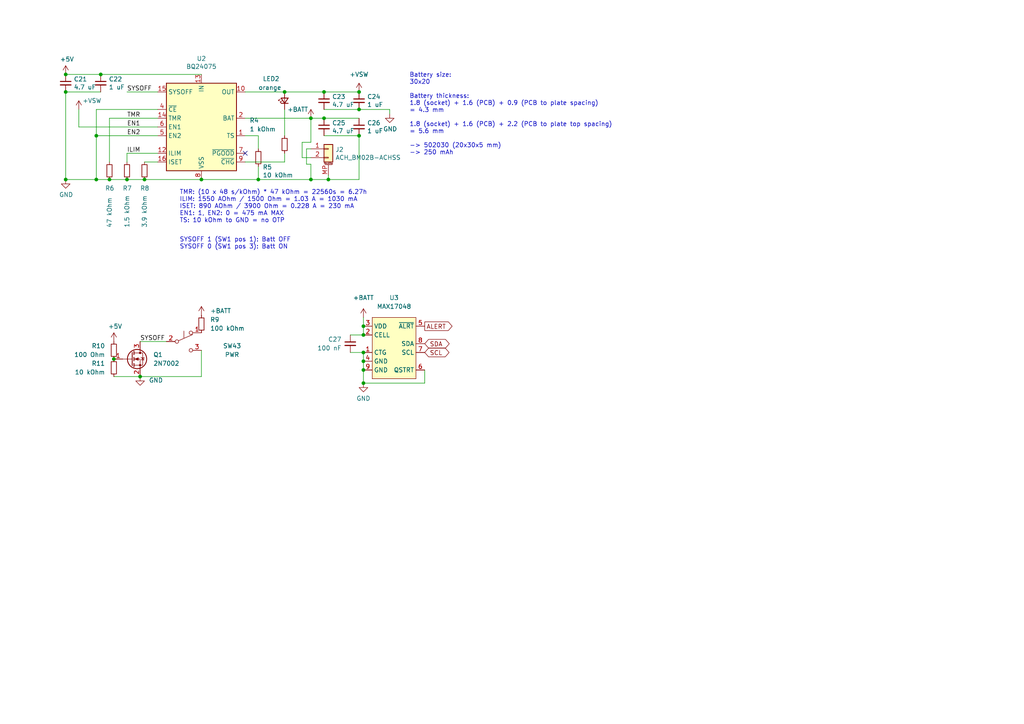
<source format=kicad_sch>
(kicad_sch (version 20211123) (generator eeschema)
  (paper "A4")
  (lib_symbols
    (symbol "Battery_Management:BQ24075RGT"
      (property "Reference" "U" (at -8.89 13.97 0))
      (property "Value" "BQ24075RGT" (at 16.51 13.97 0))
      (symbol "BQ24075RGT_0_1"
        (rectangle (start -10.16 12.7) (end 10.16 -12.7) (stroke (width 0.254)) (fill (type background)))
      )
      (symbol "BQ24075RGT_1_1"
        (pin passive line (at 12.7 -2.54 180) (length 2.54) (name "TS") (number "1"))
        (pin power_out line (at 12.7 10.16 180) (length 2.54) (name "OUT") (number "10"))
        (pin passive line (at 12.7 10.16 180) (length 2.54) hide (name "OUT") (number "11"))
        (pin passive line (at -12.7 -7.62 0) (length 2.54) (name "ILIM") (number "12"))
        (pin power_in line (at 0 15.24 270) (length 2.54) (name "IN") (number "13"))
        (pin input line (at -12.7 2.54 0) (length 2.54) (name "TMR") (number "14"))
        (pin input line (at -12.7 10.16 0) (length 2.54) (name "SYSOFF") (number "15"))
        (pin passive line (at -12.7 -10.16 0) (length 2.54) (name "ISET") (number "16"))
        (pin passive line (at 0 -15.24 90) (length 2.54) hide (name "VSS") (number "17"))
        (pin power_out line (at 12.7 2.54 180) (length 2.54) (name "BAT") (number "2"))
        (pin passive line (at 12.7 2.54 180) (length 2.54) hide (name "BAT") (number "3"))
        (pin input line (at -12.7 5.08 0) (length 2.54) (name "~{CE}") (number "4"))
        (pin input line (at -12.7 -2.54 0) (length 2.54) (name "EN2") (number "5"))
        (pin input line (at -12.7 0 0) (length 2.54) (name "EN1") (number "6"))
        (pin open_collector line (at 12.7 -7.62 180) (length 2.54) (name "~{PGOOD}") (number "7"))
        (pin power_in line (at 0 -15.24 90) (length 2.54) (name "VSS") (number "8"))
        (pin open_collector line (at 12.7 -10.16 180) (length 2.54) (name "~{CHG}") (number "9"))
      )
    )
    (symbol "Connector_Generic_MountingPin:Conn_01x02_MountingPin" (pin_names (offset 1.016) hide)
      (property "Reference" "J" (at 0 2.54 0))
      (property "Value" "Conn_01x02_MountingPin" (at 1.27 -5.08 0))
      (symbol "Conn_01x02_MountingPin_1_1"
        (rectangle (start -1.27 -2.413) (end 0 -2.667) (stroke (width 0.1524)))
        (rectangle (start -1.27 0.127) (end 0 -0.127) (stroke (width 0.1524)))
        (rectangle (start -1.27 1.27) (end 1.27 -3.81) (stroke (width 0.254)) (fill (type background)))
        (polyline (pts (xy -1.016 -4.572) (xy 1.016 -4.572)) (stroke (width 0.1524)))
        (text "Mounting" (at 0 -4.191 0) (effects (font (size 0.381 0.381))))
        (pin passive line (at -5.08 0 0) (length 3.81) (name "Pin_1") (number "1"))
        (pin passive line (at -5.08 -2.54 0) (length 3.81) (name "Pin_2") (number "2"))
        (pin passive line (at 0 -7.62 90) (length 3.048) (name "MountPin") (number "MP"))
      )
    )
    (symbol "Device:C_Small" (pin_numbers hide) (pin_names (offset 0.254) hide)
      (property "Reference" "C" (at 0.254 1.778 0))
      (property "Value" "C_Small" (at 0.254 -2.032 0))
      (symbol "C_Small_0_1"
        (polyline (pts (xy -1.524 -0.508) (xy 1.524 -0.508)) (stroke (width 0.3302)))
        (polyline (pts (xy -1.524 0.508) (xy 1.524 0.508)) (stroke (width 0.3048)))
      )
      (symbol "C_Small_1_1"
        (pin passive line (at 0 2.54 270) (length 2.032) (name "~") (number "1"))
        (pin passive line (at 0 -2.54 90) (length 2.032) (name "~") (number "2"))
      )
    )
    (symbol "Device:LED_Small" (pin_numbers hide) (pin_names (offset 0.254) hide)
      (property "Reference" "D" (at -1.27 3.175 0))
      (property "Value" "LED_Small" (at -4.445 -2.54 0))
      (symbol "LED_Small_0_1"
        (polyline (pts (xy -0.762 -1.016) (xy -0.762 1.016)) (stroke (width 0.254)))
        (polyline (pts (xy 1.016 0) (xy -0.762 0)))
        (polyline (pts (xy 0.762 -1.016) (xy -0.762 0) (xy 0.762 1.016) (xy 0.762 -1.016)) (stroke (width 0.254)))
        (polyline (pts (xy 0 0.762) (xy -0.508 1.27) (xy -0.254 1.27) (xy -0.508 1.27) (xy -0.508 1.016)))
        (polyline (pts (xy 0.508 1.27) (xy 0 1.778) (xy 0.254 1.778) (xy 0 1.778) (xy 0 1.524)))
      )
      (symbol "LED_Small_1_1"
        (pin passive line (at -2.54 0 0) (length 1.778) (name "K") (number "1"))
        (pin passive line (at 2.54 0 180) (length 1.778) (name "A") (number "2"))
      )
    )
    (symbol "Device:R_Small" (pin_numbers hide) (pin_names (offset 0.254) hide)
      (property "Reference" "R" (at 0.762 0.508 0))
      (property "Value" "R_Small" (at 0.762 -1.016 0))
      (symbol "R_Small_0_1"
        (rectangle (start -0.762 1.778) (end 0.762 -1.778) (stroke (width 0.2032)))
      )
      (symbol "R_Small_1_1"
        (pin passive line (at 0 2.54 270) (length 0.762) (name "~") (number "1"))
        (pin passive line (at 0 -2.54 90) (length 0.762) (name "~") (number "2"))
      )
    )
    (symbol "Switch:SW_Push_SPDT" (pin_names (offset 0) hide)
      (property "Reference" "SW" (at 0 4.318 0))
      (property "Value" "SW_Push_SPDT" (at 0 -5.08 0))
      (symbol "SW_Push_SPDT_0_0"
        (circle (center -2.032 0) (radius 0.508))
        (polyline (pts (xy 0 1.016) (xy 0 3.048)))
        (circle (center 2.032 -2.54) (radius 0.508))
      )
      (symbol "SW_Push_SPDT_0_1"
        (polyline (pts (xy -1.524 0.254) (xy 2.54 2.032)))
        (circle (center 2.032 2.54) (radius 0.508))
      )
      (symbol "SW_Push_SPDT_1_1"
        (pin passive line (at 5.08 2.54 180) (length 2.54) (name "A") (number "1"))
        (pin passive line (at -5.08 0 0) (length 2.54) (name "B") (number "2"))
        (pin passive line (at 5.08 -2.54 180) (length 2.54) (name "C") (number "3"))
      )
    )
    (symbol "Transistor_FET:2N7002" (pin_names hide)
      (property "Reference" "Q" (at 5.08 1.905 0))
      (property "Value" "2N7002" (at 5.08 0 0))
      (symbol "2N7002_0_1"
        (polyline (pts (xy 0.254 0) (xy -2.54 0)))
        (polyline (pts (xy 0.254 1.905) (xy 0.254 -1.905)) (stroke (width 0.254)))
        (polyline (pts (xy 0.762 -1.27) (xy 0.762 -2.286)) (stroke (width 0.254)))
        (polyline (pts (xy 0.762 0.508) (xy 0.762 -0.508)) (stroke (width 0.254)))
        (polyline (pts (xy 0.762 2.286) (xy 0.762 1.27)) (stroke (width 0.254)))
        (polyline (pts (xy 2.54 2.54) (xy 2.54 1.778)))
        (polyline (pts (xy 2.54 -2.54) (xy 2.54 0) (xy 0.762 0)))
        (polyline (pts (xy 0.762 -1.778) (xy 3.302 -1.778) (xy 3.302 1.778) (xy 0.762 1.778)))
        (polyline (pts (xy 1.016 0) (xy 2.032 0.381) (xy 2.032 -0.381) (xy 1.016 0)) (fill (type outline)))
        (polyline (pts (xy 2.794 0.508) (xy 2.921 0.381) (xy 3.683 0.381) (xy 3.81 0.254)))
        (polyline (pts (xy 3.302 0.381) (xy 2.921 -0.254) (xy 3.683 -0.254) (xy 3.302 0.381)))
        (circle (center 1.651 0) (radius 2.794) (stroke (width 0.254)))
        (circle (center 2.54 -1.778) (radius 0.254) (fill (type outline)))
        (circle (center 2.54 1.778) (radius 0.254) (fill (type outline)))
      )
      (symbol "2N7002_1_1"
        (pin input line (at -5.08 0 0) (length 2.54) (name "G") (number "1"))
        (pin passive line (at 2.54 -5.08 90) (length 2.54) (name "S") (number "2"))
        (pin passive line (at 2.54 5.08 270) (length 2.54) (name "D") (number "3"))
      )
    )
    (symbol "marbastlib-various:MAX17048"
      (property "Reference" "U" (at 0 10.16 0))
      (property "Value" "MAX17048" (at 0 -10.16 0))
      (symbol "MAX17048_0_0"
        (pin power_in line (at -8.89 -1.27 0) (length 2.54) (name "CTG") (number "1"))
        (pin power_in line (at -8.89 3.81 0) (length 2.54) (name "CELL") (number "2"))
        (pin power_in line (at -8.89 6.35 0) (length 2.54) (name "VDD") (number "3"))
        (pin power_in line (at -8.89 -3.81 0) (length 2.54) (name "GND") (number "4"))
        (pin open_collector line (at 8.89 6.35 180) (length 2.54) (name "~{ALRT}") (number "5"))
        (pin input line (at 8.89 -6.35 180) (length 2.54) (name "QSTRT") (number "6"))
        (pin bidirectional line (at 8.89 -1.27 180) (length 2.54) (name "SCL") (number "7"))
        (pin bidirectional line (at 8.89 1.27 180) (length 2.54) (name "SDA") (number "8"))
        (pin power_in line (at -8.89 -6.35 0) (length 2.54) (name "GND") (number "9"))
      )
      (symbol "MAX17048_0_1"
        (rectangle (start -6.35 8.89) (end 6.35 -8.89) (stroke (width 0.1524)) (fill (type background)))
      )
    )
    (symbol "power:+5V" (power) (pin_names (offset 0))
      (property "Value" "+5V" (at 0 3.556 0))
      (symbol "+5V_0_1"
        (polyline (pts (xy -0.762 1.27) (xy 0 2.54)))
        (polyline (pts (xy 0 0) (xy 0 2.54)))
        (polyline (pts (xy 0 2.54) (xy 0.762 1.27)))
      )
      (symbol "+5V_1_1"
        (pin power_in line (at 0 0 90) (length 0) hide (name "+5V") (number "1"))
      )
    )
    (symbol "power:+BATT" (power) (pin_names (offset 0))
      (property "Value" "+BATT" (at 0 3.556 0))
      (symbol "+BATT_0_1"
        (polyline (pts (xy -0.762 1.27) (xy 0 2.54)))
        (polyline (pts (xy 0 0) (xy 0 2.54)))
        (polyline (pts (xy 0 2.54) (xy 0.762 1.27)))
      )
      (symbol "+BATT_1_1"
        (pin power_in line (at 0 0 90) (length 0) hide (name "+BATT") (number "1"))
      )
    )
    (symbol "power:+VSW" (power) (pin_names (offset 0))
      (property "Value" "+VSW" (at 0 3.556 0))
      (symbol "+VSW_0_1"
        (polyline (pts (xy -0.762 1.27) (xy 0 2.54)))
        (polyline (pts (xy 0 0) (xy 0 2.54)))
        (polyline (pts (xy 0 2.54) (xy 0.762 1.27)))
      )
      (symbol "+VSW_1_1"
        (pin power_in line (at 0 0 90) (length 0) hide (name "+VSW") (number "1"))
      )
    )
    (symbol "power:GND" (power) (pin_names (offset 0))
      (property "Value" "GND" (at 0 -3.81 0))
      (symbol "GND_0_1"
        (polyline (pts (xy 0 0) (xy 0 -1.27) (xy 1.27 -1.27) (xy 0 -2.54) (xy -1.27 -1.27) (xy 0 -1.27)))
      )
      (symbol "GND_1_1"
        (pin power_in line (at 0 0 270) (length 0) hide (name "GND") (number "1"))
      )
    )
  )
  (junction (at 105.41 102.235))
  (junction (at 19.05 21.59) (diameter 0.9144))
  (junction (at 29.21 21.59) (diameter 0.9144))
  (junction (at 41.91 52.07) (diameter 0.9144))
  (junction (at 104.14 31.75) (diameter 0.9144))
  (junction (at 36.83 52.07) (diameter 0.9144))
  (junction (at 27.94 39.37) (diameter 0.9144))
  (junction (at 105.41 107.315))
  (junction (at 93.98 34.29) (diameter 0.9144))
  (junction (at 93.98 26.67) (diameter 0.9144))
  (junction (at 74.93 52.07) (diameter 0.9144))
  (junction (at 31.75 52.07) (diameter 0.9144))
  (junction (at 33.02 104.14))
  (junction (at 90.17 34.29) (diameter 0.9144))
  (junction (at 105.41 97.155))
  (junction (at 104.14 26.67))
  (junction (at 105.41 94.615))
  (junction (at 90.17 52.07))
  (junction (at 104.14 39.37) (diameter 0.9144))
  (junction (at 40.64 109.22))
  (junction (at 82.55 26.67))
  (junction (at 27.94 52.07) (diameter 0.9144))
  (junction (at 19.05 52.07) (diameter 0.9144))
  (junction (at 95.25 52.07))
  (junction (at 105.41 104.775))
  (junction (at 19.05 26.67) (diameter 0.9144))
  (junction (at 105.41 111.125))
  (junction (at 58.42 52.07) (diameter 0.9144))
  (no_connect (at 71.12 44.45))
  (wire (pts (xy 82.55 44.45) (xy 82.55 46.99)))
  (wire (pts (xy 22.86 36.83) (xy 45.72 36.83)))
  (wire (pts (xy 82.55 26.67) (xy 93.98 26.67)))
  (wire (pts (xy 88.9 43.18) (xy 88.9 47.625)))
  (wire (pts (xy 19.05 52.07) (xy 27.94 52.07)))
  (wire (pts (xy 105.41 102.235) (xy 105.41 104.775)))
  (wire (pts (xy 105.41 104.775) (xy 105.41 107.315)))
  (wire (pts (xy 74.93 52.07) (xy 90.17 52.07)))
  (wire (pts (xy 95.25 50.8) (xy 95.25 52.07)))
  (wire (pts (xy 87.63 45.72) (xy 87.63 41.275)))
  (wire (pts (xy 19.05 21.59) (xy 29.21 21.59)))
  (wire (pts (xy 90.17 41.275) (xy 90.17 34.29)))
  (wire (pts (xy 36.83 26.67) (xy 45.72 26.67)))
  (wire (pts (xy 123.19 111.125) (xy 105.41 111.125)))
  (wire (pts (xy 40.64 99.06) (xy 48.26 99.06)))
  (wire (pts (xy 71.12 26.67) (xy 82.55 26.67)))
  (wire (pts (xy 71.12 39.37) (xy 74.93 39.37)))
  (wire (pts (xy 22.86 36.83) (xy 22.86 31.75)))
  (wire (pts (xy 33.02 109.22) (xy 40.64 109.22)))
  (wire (pts (xy 104.14 52.07) (xy 104.14 39.37)))
  (wire (pts (xy 41.91 46.99) (xy 45.72 46.99)))
  (wire (pts (xy 95.25 52.07) (xy 104.14 52.07)))
  (wire (pts (xy 105.41 92.075) (xy 105.41 94.615)))
  (wire (pts (xy 123.19 107.315) (xy 123.19 111.125)))
  (wire (pts (xy 93.98 26.67) (xy 104.14 26.67)))
  (wire (pts (xy 74.93 48.26) (xy 74.93 52.07)))
  (wire (pts (xy 74.93 43.18) (xy 74.93 39.37)))
  (wire (pts (xy 31.75 52.07) (xy 36.83 52.07)))
  (wire (pts (xy 90.17 45.72) (xy 87.63 45.72)))
  (wire (pts (xy 90.17 34.29) (xy 93.98 34.29)))
  (wire (pts (xy 19.05 26.67) (xy 29.21 26.67)))
  (wire (pts (xy 113.03 33.02) (xy 113.03 31.75)))
  (wire (pts (xy 36.83 44.45) (xy 45.72 44.45)))
  (wire (pts (xy 27.94 39.37) (xy 27.94 52.07)))
  (wire (pts (xy 29.21 21.59) (xy 58.42 21.59)))
  (wire (pts (xy 101.6 102.235) (xy 105.41 102.235)))
  (wire (pts (xy 27.94 39.37) (xy 45.72 39.37)))
  (wire (pts (xy 58.42 109.22) (xy 40.64 109.22)))
  (wire (pts (xy 105.41 94.615) (xy 105.41 97.155)))
  (wire (pts (xy 31.75 34.29) (xy 31.75 46.99)))
  (wire (pts (xy 19.05 52.07) (xy 19.05 26.67)))
  (wire (pts (xy 27.94 31.75) (xy 45.72 31.75)))
  (wire (pts (xy 88.9 47.625) (xy 90.17 47.625)))
  (wire (pts (xy 105.41 107.315) (xy 105.41 111.125)))
  (wire (pts (xy 71.12 46.99) (xy 82.55 46.99)))
  (wire (pts (xy 113.03 31.75) (xy 104.14 31.75)))
  (wire (pts (xy 93.98 34.29) (xy 104.14 34.29)))
  (wire (pts (xy 90.17 43.18) (xy 88.9 43.18)))
  (wire (pts (xy 31.75 34.29) (xy 45.72 34.29)))
  (wire (pts (xy 87.63 41.275) (xy 90.17 41.275)))
  (wire (pts (xy 36.83 44.45) (xy 36.83 46.99)))
  (wire (pts (xy 71.12 34.29) (xy 90.17 34.29)))
  (wire (pts (xy 41.91 52.07) (xy 58.42 52.07)))
  (wire (pts (xy 93.98 31.75) (xy 104.14 31.75)))
  (wire (pts (xy 27.94 52.07) (xy 31.75 52.07)))
  (wire (pts (xy 93.98 39.37) (xy 104.14 39.37)))
  (wire (pts (xy 27.94 31.75) (xy 27.94 39.37)))
  (wire (pts (xy 101.6 97.155) (xy 105.41 97.155)))
  (wire (pts (xy 58.42 52.07) (xy 74.93 52.07)))
  (wire (pts (xy 90.17 47.625) (xy 90.17 52.07)))
  (wire (pts (xy 58.42 101.6) (xy 58.42 109.22)))
  (wire (pts (xy 82.55 31.75) (xy 82.55 39.37)))
  (wire (pts (xy 36.83 52.07) (xy 41.91 52.07)))
  (wire (pts (xy 90.17 52.07) (xy 95.25 52.07)))
  (text "Battery size:\n30x20\n\nBattery thickness:\n1.8 (socket) + 1.6 (PCB) + 0.9 (PCB to plate spacing)\n= 4.3 mm\n\n1.8 (socket) + 1.6 (PCB) + 2.2 (PCB to plate top spacing)\n= 5.6 mm\n\n-> 502030 (20x30x5 mm)\n-> 250 mAh" (at 118.745 45.085 0) (effects (font (size 1.27 1.27)) (justify left bottom)))
  (text "TMR: (10 x 48 s/kOhm) * 47 kOhm = 22560s = 6.27h\nILIM: 1550 AOhm / 1500 Ohm = 1.03 A = 1030 mA\nISET: 890 AOhm / 3900 Ohm = 0.228 A = 230 mA\nEN1: 1, EN2: 0 = 475 mA MAX\nTS: 10 kOhm to GND = no OTP" (at 52.07 64.77 0) (effects (font (size 1.27 1.27)) (justify left bottom)))
  (text "SYSOFF 1 (SW1 pos 1): Batt OFF\nSYSOFF 0 (SW1 pos 3): Batt ON" (at 52.07 72.39 0) (effects (font (size 1.27 1.27)) (justify left bottom)))
  (label "SYSOFF" (at 40.64 99.06 0))
  (label "EN2" (at 36.83 39.37 0))
  (label "EN1" (at 36.83 36.83 0))
  (label "ILIM" (at 36.83 44.45 0))
  (label "TMR" (at 36.83 34.29 0))
  (label "SYSOFF" (at 36.83 26.67 0))
  (global_label "ALERT" (shape output) (at 123.19 94.615 0) (property "Intersheet References" "${INTERSHEET_REFS}" (effects hide)))
  (global_label "SCL" (shape bidirectional) (at 123.19 102.235 0) (property "Intersheet References" "${INTERSHEET_REFS}" (effects hide)))
  (global_label "SDA" (shape bidirectional) (at 123.19 99.695 0) (property "Intersheet References" "${INTERSHEET_REFS}" (effects hide)))
  (symbol (lib_id "Device:C_Small") (at 19.05 24.13 0) (unit 1)
    (property "Reference" "C21" (at 21.3868 22.9616 0) (effects (justify left)))
    (property "Value" "4.7 uF" (at 21.3868 25.273 0) (effects (justify left)))
    (property "Footprint" "Capacitor_SMD:C_0402_1005Metric" (effects hide))
    (property "LCSC" "C23733" (effects hide))
    (property "Notes" "X7R, 10%" (effects hide))
  )
  (symbol (lib_id "Device:C_Small") (at 104.14 29.21 0) (unit 1)
    (property "Reference" "C24" (at 106.4768 28.0416 0) (effects (justify left)))
    (property "Value" "1 uF" (at 106.4768 30.353 0) (effects (justify left)))
    (property "Footprint" "Capacitor_SMD:C_0402_1005Metric" (effects hide))
    (property "LCSC" "C52923" (effects hide))
    (property "Notes" "X7R, 10%" (effects hide))
  )
  (symbol (lib_id "power:GND") (at 19.05 52.07 0) (unit 1)
    (property "Reference" "#PWR023" (effects hide))
    (property "Value" "GND" (at 19.177 56.4642 0))
  )
  (symbol (lib_id "power:+BATT") (at 90.17 34.29 0) (unit 1)
    (property "Reference" "#PWR022" (effects hide))
    (property "Value" "+BATT" (at 86.36 31.75 0))
  )
  (symbol (lib_id "Device:C_Small") (at 29.21 24.13 0) (unit 1)
    (property "Reference" "C22" (at 31.5468 22.9616 0) (effects (justify left)))
    (property "Value" "1 uF" (at 31.5468 25.273 0) (effects (justify left)))
    (property "Footprint" "Capacitor_SMD:C_0402_1005Metric" (effects hide))
    (property "LCSC" "C52923" (effects hide))
    (property "Notes" "X7R, 10%" (effects hide))
  )
  (symbol (lib_id "Device:R_Small") (at 58.42 93.98 180) (unit 1)
    (property "Reference" "R9" (at 60.96 92.7099 0) (effects (justify right)))
    (property "Value" "100 kOhm" (at 60.96 95.2499 0) (effects (justify right)))
    (property "Footprint" "Resistor_SMD:R_0402_1005Metric" (effects hide))
    (property "LCSC" "C25744" (effects hide))
  )
  (symbol (lib_id "power:+VSW") (at 22.86 31.75 0) (unit 1)
    (property "Reference" "#PWR020" (effects hide))
    (property "Value" "+VSW" (at 26.67 29.21 0))
  )
  (symbol (lib_id "power:GND") (at 105.41 111.125 0) (unit 1)
    (property "Reference" "#PWR028" (effects hide))
    (property "Value" "GND" (at 105.41 115.57 0))
  )
  (symbol (lib_id "power:+VSW") (at 104.14 26.67 0) (unit 1)
    (property "Reference" "#PWR019" (effects hide))
    (property "Value" "+VSW" (at 104.14 21.59 0))
  )
  (symbol (lib_id "Device:R_Small") (at 33.02 101.6 0) (unit 1)
    (property "Reference" "R10" (at 30.48 100.3299 0) (effects (justify right)))
    (property "Value" "100 Ohm" (at 30.48 102.8699 0) (effects (justify right)))
    (property "Footprint" "Resistor_SMD:R_0402_1005Metric" (effects hide))
    (property "LCSC" "C25744" (effects hide))
  )
  (symbol (lib_id "Battery_Management:BQ24075RGT") (at 58.42 36.83 0) (unit 1)
    (property "Reference" "U2" (at 58.42 16.9926 0))
    (property "Value" "BQ24075" (at 58.42 19.304 0))
    (property "Footprint" "Package_DFN_QFN:VQFN-16-1EP_3x3mm_P0.5mm_EP1.6x1.6mm" (effects hide))
    (property "Datasheet" "http://www.ti.com/lit/ds/symlink/bq24075.pdf" (effects hide))
    (property "LCSC" "C15464" (effects hide))
  )
  (symbol (lib_id "Transistor_FET:2N7002") (at 38.1 104.14 0) (unit 1)
    (property "Reference" "Q1" (at 44.45 102.8699 0) (effects (justify left)))
    (property "Value" "2N7002" (at 44.45 105.4099 0) (effects (justify left)))
    (property "Footprint" "Package_TO_SOT_SMD:SOT-23" (effects hide))
    (property "Datasheet" "https://www.onsemi.com/pub/Collateral/NDS7002A-D.PDF" (effects hide))
  )
  (symbol (lib_id "Device:C_Small") (at 93.98 36.83 0) (unit 1)
    (property "Reference" "C25" (at 96.3168 35.6616 0) (effects (justify left)))
    (property "Value" "4.7 uF" (at 96.3168 37.973 0) (effects (justify left)))
    (property "Footprint" "Capacitor_SMD:C_0402_1005Metric" (effects hide))
    (property "LCSC" "C23733" (effects hide))
    (property "Notes" "X7R, 10%" (effects hide))
  )
  (symbol (lib_id "power:+5V") (at 19.05 21.59 0) (unit 1)
    (property "Reference" "#PWR018" (effects hide))
    (property "Value" "+5V" (at 19.431 17.1958 0))
  )
  (symbol (lib_id "Device:R_Small") (at 82.55 41.91 0) (unit 1)
    (property "Reference" "R4" (at 72.39 34.925 0) (effects (justify left)))
    (property "Value" "1 kOhm" (at 72.39 37.465 0) (effects (justify left)))
    (property "Footprint" "Resistor_SMD:R_0402_1005Metric" (effects hide))
    (property "LCSC" "C25890" (effects hide))
  )
  (symbol (lib_id "Connector_Generic_MountingPin:Conn_01x02_MountingPin") (at 95.25 43.18 0) (unit 1)
    (property "Reference" "J2" (at 97.282 43.3832 0) (effects (justify left)))
    (property "Value" "ACH_BM02B-ACHSS" (at 97.282 45.6946 0) (effects (justify left)))
    (property "Footprint" "marbastlib-various:CON_JST_ACH_BM02B" (effects hide))
  )
  (symbol (lib_id "power:+BATT") (at 105.41 92.075 0) (unit 1)
    (property "Reference" "#PWR025" (effects hide))
    (property "Value" "+BATT" (at 105.41 86.36 0))
  )
  (symbol (lib_id "power:GND") (at 113.03 33.02 0) (unit 1)
    (property "Reference" "#PWR021" (effects hide))
    (property "Value" "GND" (at 113.157 37.4142 0))
  )
  (symbol (lib_id "Device:R_Small") (at 74.93 45.72 0) (unit 1)
    (property "Reference" "R5" (at 76.2 48.4886 0) (effects (justify left)))
    (property "Value" "10 kOhm" (at 76.2 50.8 0) (effects (justify left)))
    (property "Footprint" "Resistor_SMD:R_0402_1005Metric" (effects hide))
    (property "LCSC" "C25744" (effects hide))
  )
  (symbol (lib_id "Device:R_Small") (at 36.83 49.53 0) (unit 1)
    (property "Reference" "R7" (at 35.56 54.6099 0) (effects (justify left)))
    (property "Value" "1.5 kOhm" (at 36.83 66.0399 90) (effects (justify left)))
    (property "Footprint" "Resistor_SMD:R_0402_1005Metric" (effects hide))
    (property "LCSC" "C25867" (effects hide))
  )
  (symbol (lib_id "Device:C_Small") (at 101.6 99.695 0) (unit 1)
    (property "Reference" "C27" (at 99.06 98.4312 0) (effects (justify right)))
    (property "Value" "100 nF" (at 99.06 100.9712 0) (effects (justify right)))
    (property "Footprint" "Capacitor_SMD:C_0402_1005Metric" (effects hide))
  )
  (symbol (lib_id "Device:C_Small") (at 104.14 36.83 0) (unit 1)
    (property "Reference" "C26" (at 106.4768 35.6616 0) (effects (justify left)))
    (property "Value" "1 uF" (at 106.4768 37.973 0) (effects (justify left)))
    (property "Footprint" "Capacitor_SMD:C_0402_1005Metric" (effects hide))
    (property "LCSC" "C52923" (effects hide))
    (property "Notes" "X7R, 10%" (effects hide))
  )
  (symbol (lib_id "Device:R_Small") (at 31.75 49.53 0) (unit 1)
    (property "Reference" "R6" (at 30.48 54.61 0) (effects (justify left)))
    (property "Value" "47 kOhm" (at 31.75 66.04 90) (effects (justify left)))
    (property "Footprint" "Resistor_SMD:R_0402_1005Metric" (effects hide))
    (property "LCSC" "C25792" (effects hide))
  )
  (symbol (lib_id "Device:R_Small") (at 33.02 106.68 0) (unit 1)
    (property "Reference" "R11" (at 30.48 105.4099 0) (effects (justify right)))
    (property "Value" "10 kOhm" (at 30.48 107.9499 0) (effects (justify right)))
    (property "Footprint" "Resistor_SMD:R_0402_1005Metric" (effects hide))
    (property "LCSC" "C25744" (effects hide))
  )
  (symbol (lib_id "Device:LED_Small") (at 82.55 29.21 90) (unit 1)
    (property "Reference" "LED2" (at 76.2 22.86 90) (effects (justify right)))
    (property "Value" "orange" (at 74.93 25.4 90) (effects (justify right)))
    (property "Footprint" "LED_SMD:LED_0402_1005Metric" (effects hide))
    (property "LCSC" "C72038" (effects hide))
  )
  (symbol (lib_id "power:+5V") (at 33.02 99.06 0) (unit 1)
    (property "Reference" "#PWR026" (effects hide))
    (property "Value" "+5V" (at 33.401 94.6658 0))
  )
  (symbol (lib_id "Device:R_Small") (at 41.91 49.53 0) (unit 1)
    (property "Reference" "R8" (at 40.64 54.61 0) (effects (justify left)))
    (property "Value" "3.9 kOhm" (at 41.91 66.04 90) (effects (justify left)))
    (property "Footprint" "Resistor_SMD:R_0402_1005Metric" (effects hide))
    (property "LCSC" "C25744" (effects hide))
  )
  (symbol (lib_id "Device:C_Small") (at 93.98 29.21 0) (unit 1)
    (property "Reference" "C23" (at 96.3168 28.0416 0) (effects (justify left)))
    (property "Value" "4.7 uF" (at 96.3168 30.353 0) (effects (justify left)))
    (property "Footprint" "Capacitor_SMD:C_0402_1005Metric" (effects hide))
    (property "LCSC" "C23733" (effects hide))
    (property "Notes" "X7R, 10%" (effects hide))
  )
  (symbol (lib_id "power:+BATT") (at 58.42 91.44 0) (unit 1)
    (property "Reference" "#PWR024" (effects hide))
    (property "Value" "+BATT" (at 60.96 90.1699 0) (effects (justify left)))
  )
  (symbol (lib_id "power:GND") (at 40.64 109.22 0) (unit 1)
    (property "Reference" "#PWR027" (effects hide))
    (property "Value" "GND" (at 43.18 110.2994 0) (effects (justify left)))
  )
  (symbol (lib_id "Switch:SW_Push_SPDT") (at 53.34 99.06 0) (unit 1)
    (property "Reference" "SW43" (at 67.31 100.33 0))
    (property "Value" "PWR" (at 67.31 102.87 0))
    (property "Footprint" "marbastlib-various:SW_MSK12C02-HB" (effects hide))
  )
  (symbol (lib_id "marbastlib-various:MAX17048") (at 114.3 100.965 0) (unit 1)
    (property "Reference" "U3" (at 114.3 86.36 0))
    (property "Value" "MAX17048" (at 114.3 88.9 0))
    (property "Footprint" "Package_DFN_QFN:DFN-8-1EP_2x2mm_P0.5mm_EP0.7x1.3mm" (effects hide))
    (property "Datasheet" "https://datasheets.maximintegrated.com/en/ds/MAX17048-MAX17049.pdf" (effects hide))
  )
)
</source>
